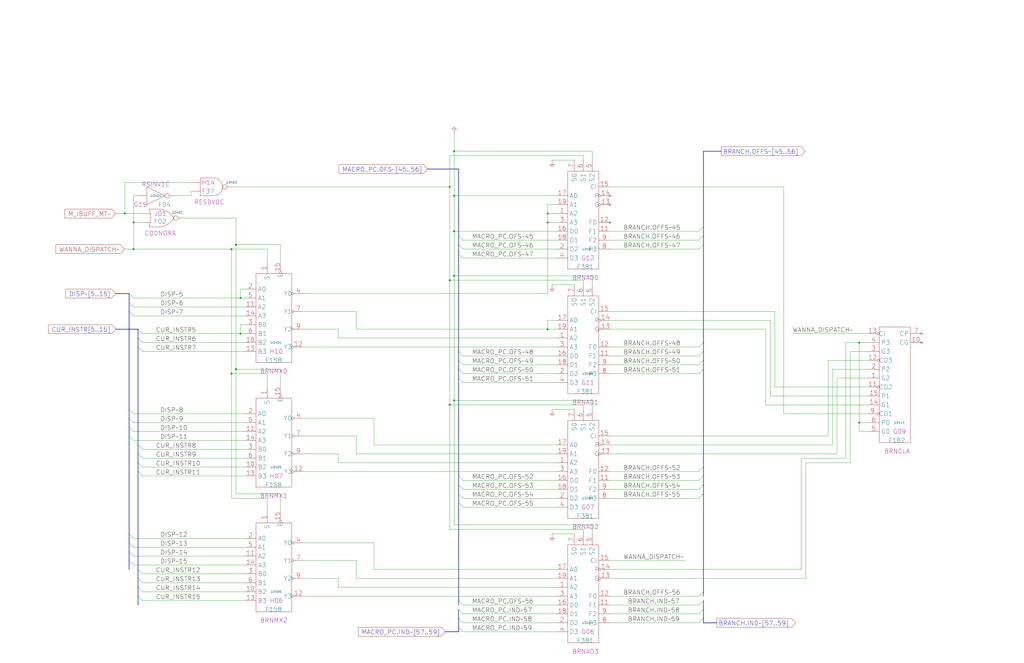
<source format=kicad_sch>
(kicad_sch (version 20250114) (generator "eeschema") (generator_version "9.0")
  (paper "User" 584.2 378.46)
  (title_block (title "MACRO PC BRANCH ADDER") (date "22-MAY-90") (rev "1.0") (comment 1 "SEQUENCER") (comment 2 "232-003064") (comment 3 "S400") (comment 4 "RELEASED"))
  (lib_symbols
    (symbol "r1000:F02" (pin_numbers (hide yes)) (pin_names (hide yes))
      (property "Reference" "U" (at 12.16 0.635 0))
      (property "Value" "F02" (at -1.27 -4.445 0))
      (property "Location" "___" (at 2.54 0 0))
      (property "Name" "______" (at 2.54 -12.7 0))
      (symbol "F02_0_1"
        (arc (start -3.81 2.54) (mid -2.9847 -2.54) (end -3.81 -7.62) (stroke (width 0.1524)))
        (polyline (pts (xy -5.08 0) (xy -3.175 0)) (stroke (width 0.1524)))
        (polyline (pts (xy -5.08 -5.08) (xy -3.175 -5.08)) (stroke (width 0.1524)))
        (polyline (pts (xy -3.81 2.54) (xy 2.54 2.54)) (stroke (width 0.1524)))
        (polyline (pts (xy -3.81 -7.62) (xy 2.54 -7.62)) (stroke (width 0.1524)))
        (arc (start 2.54 2.54) (mid 6.9477 0.8966) (end 10.16 -2.54) (stroke (width 0.1524)))
        (arc (start 10.16 -2.54) (mid 6.9515 -5.9823) (end 2.54 -7.62) (stroke (width 0.1524)))
        (circle (center 11.43 -2.54) (radius 1.27) (stroke (width 0.1524)))
        (polyline (pts (xy 13.97 -2.54) (xy 12.7 -2.54)) (stroke (width 0.1524)))
      )
      (symbol "F02_0_2"
        (circle (center -3.81 0) (radius 1.27) (stroke (width 0.1524)))
        (circle (center -3.81 -5.08) (radius 1.27) (stroke (width 0.1524)))
        (polyline (pts (xy -2.54 2.54) (xy -2.54 -7.62)) (stroke (width 0.1524)))
        (polyline (pts (xy -2.54 2.54) (xy 5.08 2.54)) (stroke (width 0.1524)))
        (polyline (pts (xy -2.54 -7.62) (xy 5.08 -7.62)) (stroke (width 0.1524)))
        (arc (start 5.08 2.54) (mid 10.1281 -2.54) (end 5.08 -7.62) (stroke (width 0.1524)))
        (polyline (pts (xy 11.43 -2.54) (xy 10.16 -2.54)) (stroke (width 0.1524)))
        (polyline (pts (xy 11.43 -2.54) (xy 12.7 -2.54)) (stroke (width 0.1524)))
      )
      (symbol "F02_1_1"
        (pin input line (at -7.62 0 0) (length 2.54) (name "D0") (number "1"))
        (pin input line (at -7.62 -5.08 0) (length 2.54) (name "D1") (number "2"))
        (pin output line (at 15.24 -2.54 180) (length 1.27) (name "Q") (number "3"))
      )
      (symbol "F02_1_2"
        (pin input line (at -7.62 0 0) (length 2.54) (name "D0") (number "1"))
        (pin input line (at -7.62 -5.08 0) (length 2.54) (name "D1") (number "2"))
        (pin output line (at 15.24 -2.54 180) (length 2.54) (name "Q") (number "3"))
      )
    )
    (symbol "r1000:F04" (pin_numbers (hide yes)) (pin_names (hide yes))
      (property "Reference" "U" (at 0 0 0))
      (property "Value" "F04" (at 1.27 -5.08 0))
      (property "Location" "___" (at -12.7 -5.08 0))
      (property "Name" "______" (at 0 5.08 0))
      (symbol "F04_0_1"
        (polyline (pts (xy -7.62 0) (xy -5.08 0)) (stroke (width 0.1524)))
        (polyline (pts (xy -5.08 5.08) (xy -5.08 -5.08)) (stroke (width 0.1524)))
        (polyline (pts (xy 5.08 0) (xy -5.08 5.08)) (stroke (width 0.1524)))
        (polyline (pts (xy 5.08 0) (xy -5.08 -5.08)) (stroke (width 0.1524)))
        (circle (center 6.35 0) (radius 1.27) (stroke (width 0.1524)))
      )
      (symbol "F04_1_1"
        (pin input line (at -10.16 0 0) (length 2.54) (name "D0") (number "1"))
        (pin output line (at 10.16 0 180) (length 2.54) (name "Q") (number "2"))
      )
    )
    (symbol "r1000:F158" (pin_names (offset 1.016))
      (property "Reference" "U" (at 2.54 5.08 0))
      (property "Value" "F158" (at -3.81 -5.08 0))
      (property "Location" "___" (at -1.27 0 0))
      (property "Name" "______" (at 1.27 -12.7 0))
      (symbol "F158_1_1"
        (rectangle (start -8.89 44.45) (end 11.43 -6.35))
        (circle (center 5.08 45.085) (radius 0.635))
        (circle (center 12.065 33.02) (radius 0.635))
        (circle (center 12.065 22.86) (radius 0.635))
        (circle (center 12.065 12.7) (radius 0.635))
        (circle (center 12.065 2.54) (radius 0.635))
        (pin input line (at -15.24 35.56 0) (length 6.35) (name "A0") (number "2"))
        (pin input line (at -15.24 30.48 0) (length 6.35) (name "A1") (number "5"))
        (pin input line (at -15.24 25.4 0) (length 6.35) (name "A2") (number "11"))
        (pin input line (at -15.24 20.32 0) (length 6.35) (name "A3") (number "14"))
        (pin input line (at -15.24 15.24 0) (length 6.35) (name "B0") (number "3"))
        (pin input line (at -15.24 10.16 0) (length 6.35) (name "B1") (number "6"))
        (pin input line (at -15.24 5.08 0) (length 6.35) (name "B2") (number "10"))
        (pin input line (at -15.24 0 0) (length 6.35) (name "B3") (number "13"))
        (pin input line (at -2.54 50.8 270) (length 6.35) (name "S") (number "1"))
        (pin input line (at 5.08 50.8 270) (length 5.08) (name "E") (number "15"))
        (pin output line (at 17.78 33.02 180) (length 5.08) (name "Y0") (number "4"))
        (pin output line (at 17.78 22.86 180) (length 5.08) (name "Y1") (number "7"))
        (pin output line (at 17.78 12.7 180) (length 5.08) (name "Y2") (number "9"))
        (pin output line (at 17.78 2.54 180) (length 5.08) (name "Y3") (number "12"))
      )
    )
    (symbol "r1000:F182" (pin_names (offset 1.016))
      (property "Reference" "U" (at 2.54 5.08 0))
      (property "Value" "F182" (at -3.81 -5.08 0))
      (property "Location" "___" (at -1.27 0 0))
      (property "Name" "______" (at 1.27 -12.7 0))
      (symbol "F182_1_1"
        (circle (center -9.525 55.88) (radius 0.635))
        (circle (center -9.525 40.64) (radius 0.635))
        (circle (center -9.525 25.4) (radius 0.635))
        (circle (center -9.525 10.16) (radius 0.635))
        (rectangle (start -8.89 59.69) (end 8.89 -6.35))
        (pin input line (at -15.24 55.88 0) (length 5.08) (name "CI") (number "13"))
        (pin input line (at -15.24 50.8 0) (length 6.35) (name "P3") (number "4"))
        (pin input line (at -15.24 45.72 0) (length 6.35) (name "G3") (number "3"))
        (pin output line (at -15.24 40.64 0) (length 5.08) (name "CO3") (number "12"))
        (pin input line (at -15.24 35.56 0) (length 6.35) (name "P2") (number "2"))
        (pin input line (at -15.24 30.48 0) (length 6.35) (name "G2") (number "1"))
        (pin output line (at -15.24 25.4 0) (length 5.08) (name "CO2") (number "11"))
        (pin input line (at -15.24 20.32 0) (length 6.35) (name "P1") (number "15"))
        (pin input line (at -15.24 15.24 0) (length 6.35) (name "G1") (number "14"))
        (pin output line (at -15.24 10.16 0) (length 5.08) (name "CO1") (number "9"))
        (pin input line (at -15.24 5.08 0) (length 6.35) (name "P0") (number "6"))
        (pin input line (at -15.24 0 0) (length 6.35) (name "G0") (number "5"))
        (pin output line (at 15.24 55.88 180) (length 6.35) (name "CP") (number "7"))
        (pin output line (at 15.24 50.8 180) (length 6.35) (name "CG") (number "10"))
      )
    )
    (symbol "r1000:F37" (pin_numbers (hide yes)) (pin_names (offset 0) (hide yes))
      (property "Reference" "U" (at 15.24 0 0))
      (property "Value" "F37" (at 1.905 -5.08 0))
      (property "Location" "___" (at 1.905 0 0))
      (property "Name" "______" (at 2.54 -12.7 0))
      (symbol "F37_0_1"
        (polyline (pts (xy -2.54 2.54) (xy -2.54 -7.62)) (stroke (width 0.1524)))
        (polyline (pts (xy -2.54 2.54) (xy 5.08 2.54)) (stroke (width 0.1524)))
        (polyline (pts (xy -2.54 -7.62) (xy 5.08 -7.62)) (stroke (width 0.1524)))
        (arc (start 5.08 2.54) (mid 10.1281 -2.54) (end 5.08 -7.62) (stroke (width 0.1524)))
        (circle (center 11.43 -2.54) (radius 1.27) (stroke (width 0.1524)))
      )
      (symbol "F37_0_2"
        (arc (start -3.175 2.54) (mid -2.134 -2.54) (end -3.175 -7.62) (stroke (width 0.1524)))
        (circle (center -3.81 0) (radius 1.27) (stroke (width 0.1524)))
        (circle (center -3.81 -5.08) (radius 1.27) (stroke (width 0.1524)))
        (polyline (pts (xy -3.175 2.54) (xy 3.81 2.54)) (stroke (width 0.1524)))
        (polyline (pts (xy -3.175 -7.62) (xy 3.81 -7.62)) (stroke (width 0.1524)))
        (arc (start 3.81 2.54) (mid 7.5828 0.7472) (end 10.16 -2.54) (stroke (width 0.1524)))
        (arc (start 10.16 -2.54) (mid 7.5855 -5.8306) (end 3.81 -7.62) (stroke (width 0.1524)))
      )
      (symbol "F37_1_1"
        (pin input line (at -7.62 0 0) (length 5.08) (name "D0") (number "1"))
        (pin input line (at -7.62 -5.08 0) (length 5.08) (name "D1") (number "2"))
        (pin output line (at 15.24 -2.54 180) (length 2.54) (name "Q") (number "3"))
      )
      (symbol "F37_1_2"
        (pin input line (at -7.62 0 0) (length 2.54) (name "D0") (number "1"))
        (pin input line (at -7.62 -5.08 0) (length 2.54) (name "D1") (number "2"))
        (pin output line (at 15.24 -2.54 180) (length 5.08) (name "Q") (number "3"))
      )
    )
    (symbol "r1000:F381" (pin_names (offset 1.016))
      (property "Reference" "U" (at 2.54 5.08 0))
      (property "Value" "F381" (at -3.81 -5.08 0))
      (property "Location" "___" (at -1.27 0 0))
      (property "Name" "______" (at 1.27 -12.7 0))
      (symbol "F381_1_1"
        (rectangle (start -8.89 49.53) (end 8.89 -6.35))
        (circle (center 9.525 35.56) (radius 0.635))
        (circle (center 9.525 30.48) (radius 0.635))
        (pin input line (at -15.24 35.56 0) (length 6.35) (name "A0") (number "17"))
        (pin input line (at -15.24 30.48 0) (length 6.35) (name "A1") (number "19"))
        (pin input line (at -15.24 25.4 0) (length 6.35) (name "A2") (number "1"))
        (pin input line (at -15.24 20.32 0) (length 6.35) (name "A3") (number "3"))
        (pin input line (at -15.24 15.24 0) (length 6.35) (name "D0") (number "16"))
        (pin input line (at -15.24 10.16 0) (length 6.35) (name "D1") (number "18"))
        (pin input line (at -15.24 5.08 0) (length 6.35) (name "D2") (number "2"))
        (pin input line (at -15.24 0 0) (length 6.35) (name "D3") (number "4"))
        (pin input line (at -5.08 55.88 270) (length 6.35) (name "S0") (number "7"))
        (pin input line (at 0 55.88 270) (length 6.35) (name "S1") (number "6"))
        (pin input line (at 5.08 55.88 270) (length 6.35) (name "S2") (number "5"))
        (pin input line (at 15.24 40.64 180) (length 6.35) (name "CI") (number "15"))
        (pin output line (at 15.24 35.56 180) (length 5.08) (name "P") (number "14"))
        (pin output line (at 15.24 30.48 180) (length 5.08) (name "G") (number "13"))
        (pin output line (at 15.24 20.32 180) (length 6.35) (name "F0") (number "12"))
        (pin output line (at 15.24 15.24 180) (length 6.35) (name "F1") (number "11"))
        (pin output line (at 15.24 10.16 180) (length 6.35) (name "F2") (number "9"))
        (pin output line (at 15.24 5.08 180) (length 6.35) (name "F3") (number "8"))
      )
    )
    (symbol "r1000:PD" (power) (pin_numbers (hide yes)) (pin_names (hide yes)) (in_bom no)
      (symbol "PD_0_1"
        (polyline (pts (xy 0 -2.54) (xy 1.27 -2.54) (xy 0 -3.81) (xy -1.27 -2.54) (xy 0 -2.54)) (stroke (width 0.1524)))
      )
      (symbol "PD_1_1"
        (pin power_in line (at 0 0 270) (length 2.54) (name "PD") (number "1"))
      )
    )
    (symbol "r1000:PU" (power) (pin_numbers (hide yes)) (pin_names (hide yes))
      (symbol "PU_0_1"
        (polyline (pts (xy 0 2.54) (xy -1.27 2.54) (xy 0 3.81) (xy 1.27 2.54) (xy 0 2.54)) (stroke (width 0.1524)))
      )
      (symbol "PU_1_1"
        (pin power_in line (at 0 0 90) (length 2.54) (name "PU") (number "1"))
      )
    )
  )
  (junction (at 256.54 160.02))
  (junction (at 132.08 142.24))
  (junction (at 134.62 210.82))
  (junction (at 256.54 106.68))
  (junction (at 132.08 213.36))
  (junction (at 312.42 127))
  (junction (at 259.08 86.36))
  (junction (at 490.22 195.58))
  (junction (at 256.54 231.14))
  (junction (at 259.08 228.6))
  (junction (at 490.22 241.3))
  (junction (at 71.12 121.92))
  (junction (at 76.2 142.24))
  (junction (at 76.2 127))
  (junction (at 259.08 111.76))
  (junction (at 137.16 170.18))
  (junction (at 134.62 139.7))
  (junction (at 137.16 190.5))
  (junction (at 259.08 157.48))
  (junction (at 259.08 132.08))
  (junction (at 312.42 121.92))
  (junction (at 312.42 187.96))
  (no_connect (at 347.98 111.76))
  (no_connect (at 347.98 127))
  (no_connect (at 525.78 190.5))
  (no_connect (at 347.98 116.84))
  (no_connect (at 525.78 195.58))
  (bus_entry (at 261.62 215.9) (size 2.54 2.54))
  (bus_entry (at 261.62 134.62) (size 2.54 2.54))
  (bus_entry (at 401.32 195.58) (size -2.54 2.54))
  (bus_entry (at 78.74 193.04) (size 2.54 2.54))
  (bus_entry (at 73.66 233.68) (size 2.54 2.54))
  (bus_entry (at 78.74 259.08) (size 2.54 2.54))
  (bus_entry (at 401.32 266.7) (size -2.54 2.54))
  (bus_entry (at 73.66 167.64) (size 2.54 2.54))
  (bus_entry (at 401.32 129.54) (size -2.54 2.54))
  (bus_entry (at 73.66 314.96) (size 2.54 2.54))
  (bus_entry (at 401.32 342.9) (size -2.54 2.54))
  (bus_entry (at 401.32 347.98) (size -2.54 2.54))
  (bus_entry (at 261.62 347.98) (size 2.54 2.54))
  (bus_entry (at 401.32 271.78) (size -2.54 2.54))
  (bus_entry (at 78.74 330.2) (size 2.54 2.54))
  (bus_entry (at 78.74 254) (size 2.54 2.54))
  (bus_entry (at 73.66 243.84) (size 2.54 2.54))
  (bus_entry (at 73.66 320.04) (size 2.54 2.54))
  (bus_entry (at 401.32 200.66) (size -2.54 2.54))
  (bus_entry (at 73.66 238.76) (size 2.54 2.54))
  (bus_entry (at 401.32 205.74) (size -2.54 2.54))
  (bus_entry (at 401.32 134.62) (size -2.54 2.54))
  (bus_entry (at 261.62 210.82) (size 2.54 2.54))
  (bus_entry (at 261.62 144.78) (size 2.54 2.54))
  (bus_entry (at 78.74 269.24) (size 2.54 2.54))
  (bus_entry (at 401.32 276.86) (size -2.54 2.54))
  (bus_entry (at 73.66 248.92) (size 2.54 2.54))
  (bus_entry (at 73.66 309.88) (size 2.54 2.54))
  (bus_entry (at 78.74 187.96) (size 2.54 2.54))
  (bus_entry (at 73.66 304.8) (size 2.54 2.54))
  (bus_entry (at 261.62 271.78) (size 2.54 2.54))
  (bus_entry (at 78.74 264.16) (size 2.54 2.54))
  (bus_entry (at 78.74 340.36) (size 2.54 2.54))
  (bus_entry (at 261.62 281.94) (size 2.54 2.54))
  (bus_entry (at 401.32 210.82) (size -2.54 2.54))
  (bus_entry (at 261.62 139.7) (size 2.54 2.54))
  (bus_entry (at 261.62 205.74) (size 2.54 2.54))
  (bus_entry (at 78.74 198.12) (size 2.54 2.54))
  (bus_entry (at 261.62 342.9) (size 2.54 2.54))
  (bus_entry (at 261.62 287.02) (size 2.54 2.54))
  (bus_entry (at 401.32 337.82) (size -2.54 2.54))
  (bus_entry (at 261.62 358.14) (size 2.54 2.54))
  (bus_entry (at 78.74 335.28) (size 2.54 2.54))
  (bus_entry (at 401.32 281.94) (size -2.54 2.54))
  (bus_entry (at 401.32 353.06) (size -2.54 2.54))
  (bus_entry (at 401.32 139.7) (size -2.54 2.54))
  (bus_entry (at 261.62 276.86) (size 2.54 2.54))
  (bus_entry (at 78.74 325.12) (size 2.54 2.54))
  (bus_entry (at 73.66 177.8) (size 2.54 2.54))
  (bus_entry (at 261.62 353.06) (size 2.54 2.54))
  (bus_entry (at 261.62 200.66) (size 2.54 2.54))
  (bus_entry (at 73.66 172.72) (size 2.54 2.54))
  (wire (pts (xy 472.44 205.74) (xy 495.3 205.74)))
  (wire (pts (xy 264.16 355.6) (xy 317.5 355.6)))
  (wire (pts (xy 436.88 231.14) (xy 495.3 231.14)))
  (bus (pts (xy 401.32 276.86) (xy 401.32 281.94)))
  (wire (pts (xy 264.16 360.68) (xy 317.5 360.68)))
  (wire (pts (xy 81.28 337.82) (xy 139.7 337.82)))
  (bus (pts (xy 73.66 177.8) (xy 73.66 233.68)))
  (wire (pts (xy 71.12 142.24) (xy 76.2 142.24)))
  (wire (pts (xy 256.54 160.02) (xy 256.54 231.14)))
  (wire (pts (xy 457.2 325.12) (xy 457.2 261.62)))
  (wire (pts (xy 337.82 233.68) (xy 337.82 228.6)))
  (wire (pts (xy 132.08 142.24) (xy 152.4 142.24)))
  (wire (pts (xy 132.08 213.36) (xy 132.08 284.48)))
  (wire (pts (xy 193.04 259.08) (xy 193.04 264.16)))
  (wire (pts (xy 312.42 182.88) (xy 312.42 187.96)))
  (wire (pts (xy 264.16 147.32) (xy 317.5 147.32)))
  (wire (pts (xy 81.28 342.9) (xy 139.7 342.9)))
  (bus (pts (xy 66.04 187.96) (xy 78.74 187.96)))
  (wire (pts (xy 109.22 104.14) (xy 71.12 104.14)))
  (wire (pts (xy 259.08 76.2) (xy 259.08 86.36)))
  (wire (pts (xy 132.08 106.68) (xy 256.54 106.68)))
  (wire (pts (xy 76.2 180.34) (xy 139.7 180.34)))
  (wire (pts (xy 256.54 88.9) (xy 332.74 88.9)))
  (wire (pts (xy 347.98 177.8) (xy 441.96 177.8)))
  (wire (pts (xy 259.08 86.36) (xy 337.82 86.36)))
  (wire (pts (xy 203.2 248.92) (xy 203.2 259.08)))
  (bus (pts (xy 401.32 353.06) (xy 401.32 355.6)))
  (wire (pts (xy 256.54 231.14) (xy 332.74 231.14)))
  (wire (pts (xy 213.36 325.12) (xy 317.5 325.12)))
  (wire (pts (xy 203.2 330.2) (xy 317.5 330.2)))
  (wire (pts (xy 439.42 182.88) (xy 439.42 226.06)))
  (bus (pts (xy 261.62 353.06) (xy 261.62 358.14)))
  (wire (pts (xy 312.42 121.92) (xy 317.5 121.92)))
  (wire (pts (xy 172.72 198.12) (xy 317.5 198.12)))
  (wire (pts (xy 347.98 248.92) (xy 472.44 248.92)))
  (wire (pts (xy 264.16 279.4) (xy 317.5 279.4)))
  (wire (pts (xy 332.74 304.8) (xy 332.74 302.26)))
  (wire (pts (xy 76.2 170.18) (xy 137.16 170.18)))
  (bus (pts (xy 401.32 86.36) (xy 401.32 129.54)))
  (wire (pts (xy 312.42 127) (xy 317.5 127)))
  (wire (pts (xy 347.98 269.24) (xy 398.78 269.24)))
  (wire (pts (xy 312.42 187.96) (xy 317.5 187.96)))
  (bus (pts (xy 73.66 248.92) (xy 73.66 304.8)))
  (wire (pts (xy 172.72 238.76) (xy 213.36 238.76)))
  (wire (pts (xy 264.16 350.52) (xy 317.5 350.52)))
  (wire (pts (xy 337.82 91.44) (xy 337.82 86.36)))
  (wire (pts (xy 332.74 162.56) (xy 332.74 160.02)))
  (wire (pts (xy 490.22 241.3) (xy 495.3 241.3)))
  (wire (pts (xy 264.16 208.28) (xy 317.5 208.28)))
  (wire (pts (xy 134.62 124.46) (xy 134.62 139.7)))
  (wire (pts (xy 337.82 162.56) (xy 337.82 157.48)))
  (wire (pts (xy 264.16 137.16) (xy 317.5 137.16)))
  (wire (pts (xy 193.04 335.28) (xy 317.5 335.28)))
  (wire (pts (xy 172.72 248.92) (xy 203.2 248.92)))
  (wire (pts (xy 317.5 116.84) (xy 312.42 116.84)))
  (wire (pts (xy 474.98 254) (xy 474.98 210.82)))
  (wire (pts (xy 152.4 149.86) (xy 152.4 142.24)))
  (wire (pts (xy 193.04 264.16) (xy 317.5 264.16)))
  (bus (pts (xy 261.62 205.74) (xy 261.62 210.82)))
  (wire (pts (xy 172.72 259.08) (xy 193.04 259.08)))
  (wire (pts (xy 477.52 259.08) (xy 477.52 215.9)))
  (bus (pts (xy 401.32 210.82) (xy 401.32 266.7)))
  (wire (pts (xy 76.2 322.58) (xy 139.7 322.58)))
  (bus (pts (xy 261.62 134.62) (xy 261.62 139.7)))
  (bus (pts (xy 261.62 210.82) (xy 261.62 215.9)))
  (bus (pts (xy 261.62 342.9) (xy 261.62 345.44)))
  (wire (pts (xy 172.72 269.24) (xy 317.5 269.24)))
  (wire (pts (xy 264.16 142.24) (xy 317.5 142.24)))
  (bus (pts (xy 261.62 139.7) (xy 261.62 144.78)))
  (wire (pts (xy 81.28 327.66) (xy 139.7 327.66)))
  (bus (pts (xy 78.74 330.2) (xy 78.74 335.28)))
  (bus (pts (xy 401.32 134.62) (xy 401.32 139.7)))
  (bus (pts (xy 243.84 96.52) (xy 261.62 96.52)))
  (wire (pts (xy 441.96 177.8) (xy 441.96 220.98)))
  (wire (pts (xy 259.08 299.72) (xy 337.82 299.72)))
  (wire (pts (xy 256.54 106.68) (xy 256.54 160.02)))
  (wire (pts (xy 104.14 124.46) (xy 134.62 124.46)))
  (bus (pts (xy 254 360.68) (xy 261.62 360.68)))
  (wire (pts (xy 137.16 185.42) (xy 137.16 190.5)))
  (wire (pts (xy 172.72 330.2) (xy 193.04 330.2)))
  (wire (pts (xy 203.2 259.08) (xy 317.5 259.08)))
  (bus (pts (xy 78.74 335.28) (xy 78.74 340.36)))
  (bus (pts (xy 401.32 139.7) (xy 401.32 195.58)))
  (bus (pts (xy 78.74 269.24) (xy 78.74 325.12)))
  (wire (pts (xy 81.28 200.66) (xy 139.7 200.66)))
  (wire (pts (xy 314.96 91.44) (xy 327.66 91.44)))
  (wire (pts (xy 347.98 279.4) (xy 398.78 279.4)))
  (wire (pts (xy 347.98 345.44) (xy 398.78 345.44)))
  (wire (pts (xy 347.98 203.2) (xy 398.78 203.2)))
  (wire (pts (xy 76.2 175.26) (xy 139.7 175.26)))
  (wire (pts (xy 160.02 220.98) (xy 160.02 210.82)))
  (wire (pts (xy 347.98 213.36) (xy 398.78 213.36)))
  (bus (pts (xy 261.62 144.78) (xy 261.62 200.66)))
  (wire (pts (xy 312.42 127) (xy 312.42 167.64)))
  (bus (pts (xy 73.66 320.04) (xy 73.66 325.12)))
  (wire (pts (xy 264.16 203.2) (xy 317.5 203.2)))
  (wire (pts (xy 134.62 139.7) (xy 160.02 139.7)))
  (wire (pts (xy 76.2 236.22) (xy 139.7 236.22)))
  (wire (pts (xy 332.74 233.68) (xy 332.74 231.14)))
  (wire (pts (xy 81.28 266.7) (xy 139.7 266.7)))
  (wire (pts (xy 264.16 274.32) (xy 317.5 274.32)))
  (bus (pts (xy 261.62 347.98) (xy 261.62 353.06)))
  (wire (pts (xy 160.02 149.86) (xy 160.02 139.7)))
  (wire (pts (xy 482.6 195.58) (xy 490.22 195.58)))
  (wire (pts (xy 134.62 139.7) (xy 134.62 210.82)))
  (wire (pts (xy 259.08 111.76) (xy 317.5 111.76)))
  (wire (pts (xy 490.22 246.38) (xy 490.22 241.3)))
  (bus (pts (xy 401.32 355.6) (xy 408.94 355.6)))
  (wire (pts (xy 347.98 182.88) (xy 439.42 182.88)))
  (wire (pts (xy 76.2 246.38) (xy 139.7 246.38)))
  (wire (pts (xy 256.54 88.9) (xy 256.54 106.68)))
  (bus (pts (xy 78.74 193.04) (xy 78.74 198.12)))
  (bus (pts (xy 73.66 233.68) (xy 73.66 238.76)))
  (bus (pts (xy 78.74 340.36) (xy 78.74 345.44)))
  (bus (pts (xy 401.32 195.58) (xy 401.32 200.66)))
  (bus (pts (xy 401.32 347.98) (xy 401.32 353.06)))
  (wire (pts (xy 264.16 289.56) (xy 317.5 289.56)))
  (wire (pts (xy 441.96 220.98) (xy 495.3 220.98)))
  (wire (pts (xy 81.28 190.5) (xy 137.16 190.5)))
  (wire (pts (xy 347.98 208.28) (xy 398.78 208.28)))
  (bus (pts (xy 261.62 96.52) (xy 261.62 134.62)))
  (wire (pts (xy 134.62 281.94) (xy 160.02 281.94)))
  (wire (pts (xy 485.14 200.66) (xy 495.3 200.66)))
  (wire (pts (xy 314.96 233.68) (xy 327.66 233.68)))
  (wire (pts (xy 347.98 254) (xy 474.98 254)))
  (wire (pts (xy 76.2 312.42) (xy 139.7 312.42)))
  (wire (pts (xy 259.08 111.76) (xy 259.08 86.36)))
  (wire (pts (xy 347.98 198.12) (xy 398.78 198.12)))
  (wire (pts (xy 347.98 284.48) (xy 398.78 284.48)))
  (bus (pts (xy 401.32 129.54) (xy 401.32 134.62)))
  (wire (pts (xy 477.52 215.9) (xy 495.3 215.9)))
  (wire (pts (xy 314.96 304.8) (xy 327.66 304.8)))
  (wire (pts (xy 76.2 111.76) (xy 78.74 111.76)))
  (wire (pts (xy 485.14 264.16) (xy 485.14 200.66)))
  (wire (pts (xy 132.08 213.36) (xy 152.4 213.36)))
  (bus (pts (xy 401.32 205.74) (xy 401.32 210.82)))
  (wire (pts (xy 81.28 195.58) (xy 139.7 195.58)))
  (wire (pts (xy 76.2 127) (xy 76.2 111.76)))
  (wire (pts (xy 99.06 111.76) (xy 109.22 111.76)))
  (wire (pts (xy 76.2 142.24) (xy 132.08 142.24)))
  (wire (pts (xy 490.22 241.3) (xy 490.22 195.58)))
  (bus (pts (xy 78.74 259.08) (xy 78.74 264.16)))
  (wire (pts (xy 76.2 251.46) (xy 139.7 251.46)))
  (wire (pts (xy 172.72 340.36) (xy 317.5 340.36)))
  (wire (pts (xy 71.12 104.14) (xy 71.12 121.92)))
  (wire (pts (xy 347.98 132.08) (xy 398.78 132.08)))
  (wire (pts (xy 347.98 137.16) (xy 398.78 137.16)))
  (wire (pts (xy 81.28 256.54) (xy 139.7 256.54)))
  (wire (pts (xy 172.72 320.04) (xy 203.2 320.04)))
  (wire (pts (xy 109.22 111.76) (xy 109.22 109.22)))
  (wire (pts (xy 259.08 228.6) (xy 259.08 299.72)))
  (wire (pts (xy 76.2 317.5) (xy 139.7 317.5)))
  (wire (pts (xy 81.28 332.74) (xy 139.7 332.74)))
  (bus (pts (xy 78.74 187.96) (xy 78.74 193.04)))
  (wire (pts (xy 264.16 345.44) (xy 317.5 345.44)))
  (wire (pts (xy 134.62 210.82) (xy 134.62 281.94)))
  (wire (pts (xy 76.2 127) (xy 81.28 127)))
  (wire (pts (xy 347.98 274.32) (xy 398.78 274.32)))
  (wire (pts (xy 81.28 271.78) (xy 139.7 271.78)))
  (wire (pts (xy 452.12 190.5) (xy 495.3 190.5)))
  (wire (pts (xy 472.44 248.92) (xy 472.44 205.74)))
  (wire (pts (xy 447.04 236.22) (xy 495.3 236.22)))
  (wire (pts (xy 317.5 182.88) (xy 312.42 182.88)))
  (wire (pts (xy 312.42 116.84) (xy 312.42 121.92)))
  (wire (pts (xy 495.3 246.38) (xy 490.22 246.38)))
  (bus (pts (xy 73.66 172.72) (xy 73.66 177.8)))
  (wire (pts (xy 76.2 142.24) (xy 76.2 127)))
  (wire (pts (xy 132.08 284.48) (xy 152.4 284.48)))
  (wire (pts (xy 332.74 91.44) (xy 332.74 88.9)))
  (wire (pts (xy 347.98 355.6) (xy 398.78 355.6)))
  (wire (pts (xy 259.08 157.48) (xy 259.08 132.08)))
  (wire (pts (xy 347.98 350.52) (xy 398.78 350.52)))
  (bus (pts (xy 78.74 198.12) (xy 78.74 254)))
  (wire (pts (xy 152.4 220.98) (xy 152.4 213.36)))
  (wire (pts (xy 474.98 210.82) (xy 495.3 210.82)))
  (bus (pts (xy 401.32 200.66) (xy 401.32 205.74)))
  (wire (pts (xy 172.72 187.96) (xy 193.04 187.96)))
  (bus (pts (xy 261.62 271.78) (xy 261.62 276.86)))
  (bus (pts (xy 261.62 281.94) (xy 261.62 287.02)))
  (bus (pts (xy 401.32 337.82) (xy 401.32 340.36)))
  (bus (pts (xy 261.62 276.86) (xy 261.62 281.94)))
  (bus (pts (xy 401.32 266.7) (xy 401.32 271.78)))
  (bus (pts (xy 261.62 200.66) (xy 261.62 205.74)))
  (wire (pts (xy 347.98 320.04) (xy 391.16 320.04)))
  (bus (pts (xy 261.62 215.9) (xy 261.62 271.78)))
  (wire (pts (xy 256.54 231.14) (xy 256.54 302.26)))
  (bus (pts (xy 261.62 358.14) (xy 261.62 360.68)))
  (wire (pts (xy 447.04 106.68) (xy 447.04 236.22)))
  (wire (pts (xy 490.22 195.58) (xy 495.3 195.58)))
  (bus (pts (xy 73.66 314.96) (xy 73.66 320.04)))
  (wire (pts (xy 347.98 325.12) (xy 457.2 325.12)))
  (wire (pts (xy 459.74 330.2) (xy 459.74 264.16)))
  (bus (pts (xy 78.74 254) (xy 78.74 259.08)))
  (wire (pts (xy 172.72 177.8) (xy 203.2 177.8)))
  (wire (pts (xy 264.16 284.48) (xy 317.5 284.48)))
  (wire (pts (xy 259.08 157.48) (xy 259.08 228.6)))
  (wire (pts (xy 482.6 261.62) (xy 482.6 195.58)))
  (wire (pts (xy 137.16 165.1) (xy 137.16 170.18)))
  (bus (pts (xy 73.66 309.88) (xy 73.66 314.96)))
  (wire (pts (xy 71.12 121.92) (xy 81.28 121.92)))
  (wire (pts (xy 193.04 193.04) (xy 317.5 193.04)))
  (wire (pts (xy 459.74 264.16) (xy 485.14 264.16)))
  (wire (pts (xy 76.2 241.3) (xy 139.7 241.3)))
  (wire (pts (xy 76.2 307.34) (xy 139.7 307.34)))
  (wire (pts (xy 436.88 187.96) (xy 436.88 231.14)))
  (wire (pts (xy 203.2 177.8) (xy 203.2 187.96)))
  (wire (pts (xy 264.16 213.36) (xy 317.5 213.36)))
  (wire (pts (xy 259.08 132.08) (xy 259.08 111.76)))
  (wire (pts (xy 203.2 187.96) (xy 312.42 187.96)))
  (wire (pts (xy 213.36 309.88) (xy 213.36 325.12)))
  (wire (pts (xy 259.08 157.48) (xy 337.82 157.48)))
  (wire (pts (xy 259.08 132.08) (xy 317.5 132.08)))
  (wire (pts (xy 213.36 238.76) (xy 213.36 254)))
  (wire (pts (xy 347.98 330.2) (xy 459.74 330.2)))
  (bus (pts (xy 78.74 325.12) (xy 78.74 330.2)))
  (wire (pts (xy 152.4 292.1) (xy 152.4 284.48)))
  (bus (pts (xy 66.04 167.64) (xy 73.66 167.64)))
  (wire (pts (xy 312.42 121.92) (xy 312.42 127)))
  (bus (pts (xy 73.66 304.8) (xy 73.66 309.88)))
  (bus (pts (xy 401.32 342.9) (xy 401.32 347.98)))
  (bus (pts (xy 73.66 243.84) (xy 73.66 248.92)))
  (wire (pts (xy 132.08 142.24) (xy 132.08 213.36)))
  (wire (pts (xy 139.7 185.42) (xy 137.16 185.42)))
  (wire (pts (xy 213.36 254) (xy 317.5 254)))
  (wire (pts (xy 347.98 106.68) (xy 447.04 106.68)))
  (bus (pts (xy 78.74 264.16) (xy 78.74 269.24)))
  (wire (pts (xy 264.16 218.44) (xy 317.5 218.44)))
  (wire (pts (xy 172.72 167.64) (xy 312.42 167.64)))
  (wire (pts (xy 337.82 304.8) (xy 337.82 299.72)))
  (wire (pts (xy 259.08 228.6) (xy 337.82 228.6)))
  (wire (pts (xy 137.16 170.18) (xy 139.7 170.18)))
  (wire (pts (xy 347.98 187.96) (xy 436.88 187.96)))
  (wire (pts (xy 137.16 190.5) (xy 139.7 190.5)))
  (wire (pts (xy 347.98 340.36) (xy 398.78 340.36)))
  (bus (pts (xy 401.32 86.36) (xy 411.48 86.36)))
  (wire (pts (xy 160.02 292.1) (xy 160.02 281.94)))
  (wire (pts (xy 134.62 210.82) (xy 160.02 210.82)))
  (wire (pts (xy 314.96 162.56) (xy 327.66 162.56)))
  (wire (pts (xy 347.98 259.08) (xy 477.52 259.08)))
  (bus (pts (xy 261.62 287.02) (xy 261.62 342.9)))
  (wire (pts (xy 81.28 261.62) (xy 139.7 261.62)))
  (bus (pts (xy 401.32 281.94) (xy 401.32 337.82)))
  (wire (pts (xy 457.2 261.62) (xy 482.6 261.62)))
  (bus (pts (xy 73.66 167.64) (xy 73.66 172.72)))
  (wire (pts (xy 256.54 160.02) (xy 332.74 160.02)))
  (wire (pts (xy 439.42 226.06) (xy 495.3 226.06)))
  (wire (pts (xy 347.98 142.24) (xy 398.78 142.24)))
  (wire (pts (xy 172.72 309.88) (xy 213.36 309.88)))
  (bus (pts (xy 401.32 271.78) (xy 401.32 276.86)))
  (wire (pts (xy 193.04 187.96) (xy 193.04 193.04)))
  (bus (pts (xy 73.66 238.76) (xy 73.66 243.84)))
  (wire (pts (xy 193.04 330.2) (xy 193.04 335.28)))
  (wire (pts (xy 203.2 320.04) (xy 203.2 330.2)))
  (wire (pts (xy 139.7 165.1) (xy 137.16 165.1)))
  (wire (pts (xy 66.04 121.92) (xy 71.12 121.92)))
  (wire (pts (xy 256.54 302.26) (xy 332.74 302.26)))
  (label "BRANCH.IND~57" (at 358.14 345.44 0) (effects (font (size 2.54 2.54))))
  (label "MACRO_PC.OFS~52" (at 269.24 274.32 0) (effects (font (size 2.54 2.54))))
  (label "BRANCH.OFFS~47" (at 355.6 142.24 0) (effects (font (size 2.54 2.54))))
  (label "BRANCH.OFFS~52" (at 355.6 269.24 0) (effects (font (size 2.54 2.54))))
  (label "MACRO_PC.OFS~50" (at 269.24 213.36 0) (effects (font (size 2.54 2.54))))
  (label "BRANCH.OFFS~48" (at 355.6 198.12 0) (effects (font (size 2.54 2.54))))
  (label "BRANCH.OFFS~55" (at 355.6 284.48 0) (effects (font (size 2.54 2.54))))
  (label "DISP~15" (at 91.44 322.58 0) (effects (font (size 2.54 2.54))))
  (label "BRANCH.IND~58" (at 358.14 350.52 0) (effects (font (size 2.54 2.54))))
  (label "BRANCH.OFFS~51" (at 355.6 213.36 0) (effects (font (size 2.54 2.54))))
  (label "BRANCH.OFFS~56" (at 355.6 340.36 0) (effects (font (size 2.54 2.54))))
  (label "DISP~7" (at 91.44 180.34 0) (effects (font (size 2.54 2.54))))
  (label "DISP~9" (at 91.44 241.3 0) (effects (font (size 2.54 2.54))))
  (label "MACRO_PC.OFS~56" (at 269.24 345.44 0) (effects (font (size 2.54 2.54))))
  (label "WANNA_DISPATCH~" (at 355.6 320.04 0) (effects (font (size 2.54 2.54))))
  (label "MACRO_PC.IND~57" (at 269.24 350.52 0) (effects (font (size 2.54 2.54))))
  (label "BRANCH.OFFS~49" (at 355.6 203.2 0) (effects (font (size 2.54 2.54))))
  (label "DISP~5" (at 91.44 170.18 0) (effects (font (size 2.54 2.54))))
  (label "MACRO_PC.OFS~55" (at 269.24 289.56 0) (effects (font (size 2.54 2.54))))
  (label "MACRO_PC.OFS~46" (at 269.24 142.24 0) (effects (font (size 2.54 2.54))))
  (label "MACRO_PC.IND~59" (at 269.24 360.68 0) (effects (font (size 2.54 2.54))))
  (label "CUR_INSTR8" (at 88.9 256.54 0) (effects (font (size 2.54 2.54))))
  (label "DISP~6" (at 91.44 175.26 0) (effects (font (size 2.54 2.54))))
  (label "CUR_INSTR6" (at 88.9 195.58 0) (effects (font (size 2.54 2.54))))
  (label "MACRO_PC.OFS~54" (at 269.24 284.48 0) (effects (font (size 2.54 2.54))))
  (label "DISP~14" (at 91.44 317.5 0) (effects (font (size 2.54 2.54))))
  (label "BRANCH.OFFS~45" (at 355.6 132.08 0) (effects (font (size 2.54 2.54))))
  (label "MACRO_PC.OFS~53" (at 269.24 279.4 0) (effects (font (size 2.54 2.54))))
  (label "CUR_INSTR11" (at 88.9 271.78 0) (effects (font (size 2.54 2.54))))
  (label "DISP~13" (at 91.44 312.42 0) (effects (font (size 2.54 2.54))))
  (label "CUR_INSTR7" (at 88.9 200.66 0) (effects (font (size 2.54 2.54))))
  (label "CUR_INSTR15" (at 88.9 342.9 0) (effects (font (size 2.54 2.54))))
  (label "BRANCH.OFFS~46" (at 355.6 137.16 0) (effects (font (size 2.54 2.54))))
  (label "BRANCH.OFFS~53" (at 355.6 274.32 0) (effects (font (size 2.54 2.54))))
  (label "BRANCH.OFFS~54" (at 355.6 279.4 0) (effects (font (size 2.54 2.54))))
  (label "CUR_INSTR12" (at 88.9 327.66 0) (effects (font (size 2.54 2.54))))
  (label "MACRO_PC.OFS~47" (at 269.24 147.32 0) (effects (font (size 2.54 2.54))))
  (label "MACRO_PC.OFS~45" (at 269.24 137.16 0) (effects (font (size 2.54 2.54))))
  (label "DISP~8" (at 91.44 236.22 0) (effects (font (size 2.54 2.54))))
  (label "DISP~10" (at 91.44 246.38 0) (effects (font (size 2.54 2.54))))
  (label "DISP~11" (at 91.44 251.46 0) (effects (font (size 2.54 2.54))))
  (label "MACRO_PC.OFS~49" (at 269.24 208.28 0) (effects (font (size 2.54 2.54))))
  (label "BRANCH.OFFS~50" (at 355.6 208.28 0) (effects (font (size 2.54 2.54))))
  (label "CUR_INSTR9" (at 88.9 261.62 0) (effects (font (size 2.54 2.54))))
  (label "CUR_INSTR14" (at 88.9 337.82 0) (effects (font (size 2.54 2.54))))
  (label "CUR_INSTR10" (at 88.9 266.7 0) (effects (font (size 2.54 2.54))))
  (label "BRANCH.IND~59" (at 358.14 355.6 0) (effects (font (size 2.54 2.54))))
  (label "MACRO_PC.OFS~48" (at 269.24 203.2 0) (effects (font (size 2.54 2.54))))
  (label "WANNA_DISPATCH~" (at 452.12 190.5 0) (effects (font (size 2.54 2.54))))
  (label "CUR_INSTR13" (at 88.9 332.74 0) (effects (font (size 2.54 2.54))))
  (label "MACRO_PC.IND~58" (at 269.24 355.6 0) (effects (font (size 2.54 2.54))))
  (label "DISP~12" (at 91.44 307.34 0) (effects (font (size 2.54 2.54))))
  (label "CUR_INSTR5" (at 88.9 190.5 0) (effects (font (size 2.54 2.54))))
  (label "MACRO_PC.OFS~51" (at 269.24 218.44 0) (effects (font (size 2.54 2.54))))
  (global_label "M_IBUFF_MT~" (shape input) (at 66.04 121.92 180) (effects (font (size 2.54 2.54))) (property "Intersheetrefs" "${INTERSHEET_REFS}" (at 37.0235 121.7613 0) (effects (font (size 1.905 1.905)) (justify right))))
  (global_label "BRANCH.OFFS~[45..56]" (shape output) (at 411.48 86.36 0) (effects (font (size 2.54 2.54))) (property "Intersheetrefs" "${INTERSHEET_REFS}" (at 459.365 86.2013 0) (effects (font (size 1.905 1.905)) (justify left))))
  (global_label "CUR_INSTR[5..15]" (shape input) (at 66.04 187.96 180) (effects (font (size 2.54 2.54))) (property "Intersheetrefs" "${INTERSHEET_REFS}" (at 27.7102 187.8013 0) (effects (font (size 1.905 1.905)) (justify right))))
  (global_label "MACRO_PC.IND~[57..59]" (shape input) (at 254 360.68 180) (effects (font (size 2.54 2.54))) (property "Intersheetrefs" "${INTERSHEET_REFS}" (at 204.4216 360.5213 0) (effects (font (size 1.905 1.905)) (justify right))))
  (global_label "WANNA_DISPATCH~" (shape input) (at 71.12 142.24 180) (effects (font (size 2.54 2.54))) (property "Intersheetrefs" "${INTERSHEET_REFS}" (at 31.9435 142.0813 0) (effects (font (size 1.905 1.905)) (justify right))))
  (global_label "DISP~[5..15]" (shape input) (at 66.04 167.64 180) (effects (font (size 2.54 2.54))) (property "Intersheetrefs" "${INTERSHEET_REFS}" (at 37.6283 167.4813 0) (effects (font (size 1.905 1.905)) (justify right))))
  (global_label "BRANCH.IND~[57..59]" (shape output) (at 408.94 355.6 0) (effects (font (size 2.54 2.54))) (property "Intersheetrefs" "${INTERSHEET_REFS}" (at 453.8012 355.4413 0) (effects (font (size 1.905 1.905)) (justify left))))
  (global_label "MACRO_PC.OFS~[45..56]" (shape input) (at 243.84 96.52 180) (effects (font (size 2.54 2.54))) (property "Intersheetrefs" "${INTERSHEET_REFS}" (at 193.415 96.3613 0) (effects (font (size 1.905 1.905)) (justify right))))
  (symbol (lib_id "r1000:F381") (at 332.74 360.68 0) (unit 1)
    (property "Reference" "U3410" (at 335.28 355.6 0))
    (property "Value" "F381" (at 328.93 365.76 0) (effects (font (size 2.54 2.54)) (justify left)))
    (property "Location" "G06" (at 331.47 360.68 0) (effects (font (size 2.54 2.54)) (justify left)))
    (property "Name" "BRNAD3" (at 334.01 373.38 0) (effects (font (size 2.54 2.54)) (justify bottom)))
  )
  (symbol (lib_id "r1000:F02") (at 88.9 121.92 0) (unit 1)
    (property "Reference" "U3402" (at 101.06 121.285 0))
    (property "Value" "F02" (at 87.63 126.365 0) (effects (font (size 2.54 2.54)) (justify left)))
    (property "Location" "J01" (at 91.44 121.92 0) (effects (font (size 2.54 2.54))))
    (property "Name" "CODNORA" (at 91.44 134.62 0) (effects (font (size 2.54 2.54)) (justify bottom)))
  )
  (symbol (lib_id "r1000:F381") (at 332.74 289.56 0) (unit 1)
    (property "Reference" "U3409" (at 335.28 284.48 0))
    (property "Value" "F381" (at 328.93 294.64 0) (effects (font (size 2.54 2.54)) (justify left)))
    (property "Location" "G07" (at 331.47 289.56 0) (effects (font (size 2.54 2.54)) (justify left)))
    (property "Name" "BRNAD2" (at 334.01 302.26 0) (effects (font (size 2.54 2.54)) (justify bottom)))
  )
  (symbol (lib_id "r1000:F182") (at 510.54 246.38 0) (unit 1)
    (property "Reference" "U3411" (at 513.08 241.3 0))
    (property "Value" "F182" (at 506.73 251.46 0) (effects (font (size 2.54 2.54)) (justify left)))
    (property "Location" "G09" (at 509.27 246.38 0) (effects (font (size 2.54 2.54)) (justify left)))
    (property "Name" "BRNCLA" (at 511.81 259.08 0) (effects (font (size 2.54 2.54)) (justify bottom)))
  )
  (symbol (lib_id "r1000:F381") (at 332.74 147.32 0) (unit 1)
    (property "Reference" "U3407" (at 335.28 142.24 0))
    (property "Value" "F381" (at 328.93 152.4 0) (effects (font (size 2.54 2.54)) (justify left)))
    (property "Location" "G12" (at 331.47 147.32 0) (effects (font (size 2.54 2.54)) (justify left)))
    (property "Name" "BRNAD0" (at 334.01 160.02 0) (effects (font (size 2.54 2.54)) (justify bottom)))
  )
  (symbol (lib_id "r1000:F158") (at 154.94 200.66 0) (unit 1)
    (property "Reference" "U3404" (at 157.48 195.58 0))
    (property "Value" "F158" (at 151.13 205.74 0) (effects (font (size 2.54 2.54)) (justify left)))
    (property "Location" "H10" (at 153.67 200.66 0) (effects (font (size 2.54 2.54)) (justify left)))
    (property "Name" "BRNMX0" (at 156.21 213.36 0) (effects (font (size 2.54 2.54)) (justify bottom)))
  )
  (symbol (lib_id "r1000:F158") (at 154.94 342.9 0) (unit 1)
    (property "Reference" "U3406" (at 157.48 337.82 0))
    (property "Value" "F158" (at 151.13 347.98 0) (effects (font (size 2.54 2.54)) (justify left)))
    (property "Location" "H06" (at 153.67 342.9 0) (effects (font (size 2.54 2.54)) (justify left)))
    (property "Name" "BRNMX2" (at 156.21 355.6 0) (effects (font (size 2.54 2.54)) (justify bottom)))
  )
  (symbol (lib_id "r1000:F37") (at 116.84 104.14 0) (unit 1)
    (property "Reference" "U3403" (at 132.08 104.14 0))
    (property "Value" "F37" (at 118.745 109.22 0) (effects (font (size 2.54 2.54))))
    (property "Location" "H14" (at 118.745 104.14 0) (effects (font (size 2.54 2.54))))
    (property "Name" "RESDV0C" (at 119.38 116.84 0) (effects (font (size 2.54 2.54)) (justify bottom)))
  )
  (symbol (lib_id "r1000:F158") (at 154.94 271.78 0) (unit 1)
    (property "Reference" "U3405" (at 157.48 266.7 0))
    (property "Value" "F158" (at 151.13 276.86 0) (effects (font (size 2.54 2.54)) (justify left)))
    (property "Location" "H07" (at 153.67 271.78 0) (effects (font (size 2.54 2.54)) (justify left)))
    (property "Name" "BRNMX1" (at 156.21 284.48 0) (effects (font (size 2.54 2.54)) (justify bottom)))
  )
  (symbol (lib_id "r1000:PD") (at 314.96 91.44 0) (unit 1) (in_bom no)
    (property "Reference" "#PWR03402" (effects (hide yes)))
    (property "Value" "PD" (effects (hide yes)))
  )
  (symbol (lib_id "r1000:PD") (at 314.96 162.56 0) (unit 1) (in_bom no)
    (property "Reference" "#PWR03403" (effects (hide yes)))
    (property "Value" "PD" (effects (hide yes)))
  )
  (symbol (lib_id "r1000:PD") (at 314.96 304.8 0) (unit 1) (in_bom no)
    (property "Reference" "#PWR03405" (effects (hide yes)))
    (property "Value" "PD" (effects (hide yes)))
  )
  (symbol (lib_id "r1000:PU") (at 259.08 76.2 0) (unit 1)
    (property "Reference" "#PWR03401" (effects (hide yes)))
    (property "Value" "PU" (effects (hide yes)))
  )
  (symbol (lib_id "r1000:F381") (at 332.74 218.44 0) (unit 1)
    (property "Reference" "U3408" (at 335.28 213.36 0))
    (property "Value" "F381" (at 328.93 223.52 0) (effects (font (size 2.54 2.54)) (justify left)))
    (property "Location" "G11" (at 331.47 218.44 0) (effects (font (size 2.54 2.54)) (justify left)))
    (property "Name" "BRNAD1" (at 334.01 231.14 0) (effects (font (size 2.54 2.54)) (justify bottom)))
  )
  (symbol (lib_id "r1000:F04") (at 88.9 111.76 0) (unit 1)
    (property "Reference" "U3401" (at 88.9 111.76 0))
    (property "Value" "F04" (at 90.17 116.84 0) (effects (font (size 2.54 2.54)) (justify left)))
    (property "Location" "G15" (at 76.2 116.84 0) (effects (font (size 2.54 2.54)) (justify left)))
    (property "Name" "RSINV1C" (at 88.9 106.68 0) (effects (font (size 2.54 2.54)) (justify bottom)))
  )
  (symbol (lib_id "r1000:PD") (at 314.96 233.68 0) (unit 1) (in_bom no)
    (property "Reference" "#PWR03404" (effects (hide yes)))
    (property "Value" "PD" (effects (hide yes)))
  )
)
</source>
